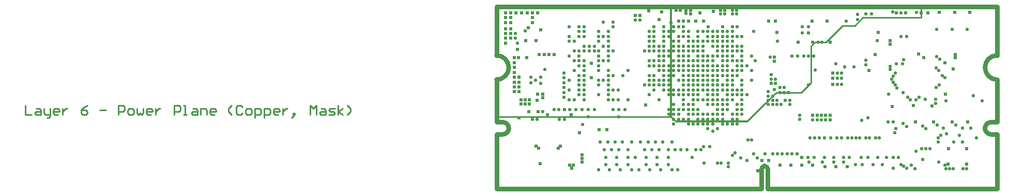
<source format=gbr>
G04 Layer_Physical_Order=6*
G04 Layer_Color=8388736*
%FSLAX24Y24*%
%MOIN*%
%TF.FileFunction,Copper,L6,Inr,Plane*%
%TF.Part,Single*%
G01*
G75*
%TA.AperFunction,NonConductor*%
%ADD55C,0.0100*%
%ADD63C,0.0300*%
%TA.AperFunction,ViaPad*%
%ADD64C,0.0220*%
%ADD65C,0.0240*%
%TA.AperFunction,TestPad*%
%ADD66C,0.0220*%
%TA.AperFunction,ViaPad*%
%ADD67C,0.0230*%
%TA.AperFunction,NonConductor*%
%ADD71C,0.0120*%
D55*
X11142Y4685D02*
X11260Y4803D01*
X16142Y4370D02*
X17244Y5472D01*
X0Y4685D02*
X11260D01*
X17244Y5472D02*
X18032Y6260D01*
X21260Y9528D02*
X22323Y10591D01*
X23110D01*
X23622Y11102D01*
X27362D01*
Y11811D01*
X20276Y6890D02*
Y8701D01*
X19646Y6260D02*
X20276Y6890D01*
X18032Y6260D02*
X19646D01*
X20536Y9528D02*
X21260D01*
X20276Y9267D02*
X20536Y9528D01*
X20276Y8701D02*
Y9267D01*
X11260Y4685D02*
X11575Y4370D01*
X-30400Y5400D02*
Y4800D01*
X-30000D01*
X-29700Y5200D02*
X-29500D01*
X-29400Y5100D01*
Y4800D01*
X-29700D01*
X-29800Y4900D01*
X-29700Y5000D01*
X-29400D01*
X-29200Y5200D02*
Y4900D01*
X-29100Y4800D01*
X-28801D01*
Y4700D01*
X-28900Y4600D01*
X-29000D01*
X-28801Y4800D02*
Y5200D01*
X-28301Y4800D02*
X-28501D01*
X-28601Y4900D01*
Y5100D01*
X-28501Y5200D01*
X-28301D01*
X-28201Y5100D01*
Y5000D01*
X-28601D01*
X-28001Y5200D02*
Y4800D01*
Y5000D01*
X-27901Y5100D01*
X-27801Y5200D01*
X-27701D01*
X-26401Y5400D02*
X-26601Y5300D01*
X-26801Y5100D01*
Y4900D01*
X-26701Y4800D01*
X-26501D01*
X-26401Y4900D01*
Y5000D01*
X-26501Y5100D01*
X-26801D01*
X-25602D02*
X-25202D01*
X-24402Y4800D02*
Y5400D01*
X-24102D01*
X-24002Y5300D01*
Y5100D01*
X-24102Y5000D01*
X-24402D01*
X-23702Y4800D02*
X-23502D01*
X-23402Y4900D01*
Y5100D01*
X-23502Y5200D01*
X-23702D01*
X-23802Y5100D01*
Y4900D01*
X-23702Y4800D01*
X-23202Y5200D02*
Y4900D01*
X-23102Y4800D01*
X-23002Y4900D01*
X-22902Y4800D01*
X-22802Y4900D01*
Y5200D01*
X-22303Y4800D02*
X-22503D01*
X-22603Y4900D01*
Y5100D01*
X-22503Y5200D01*
X-22303D01*
X-22203Y5100D01*
Y5000D01*
X-22603D01*
X-22003Y5200D02*
Y4800D01*
Y5000D01*
X-21903Y5100D01*
X-21803Y5200D01*
X-21703D01*
X-20803Y4800D02*
Y5400D01*
X-20503D01*
X-20403Y5300D01*
Y5100D01*
X-20503Y5000D01*
X-20803D01*
X-20203Y4800D02*
X-20003D01*
X-20103D01*
Y5400D01*
X-20203D01*
X-19603Y5200D02*
X-19404D01*
X-19304Y5100D01*
Y4800D01*
X-19603D01*
X-19703Y4900D01*
X-19603Y5000D01*
X-19304D01*
X-19104Y4800D02*
Y5200D01*
X-18804D01*
X-18704Y5100D01*
Y4800D01*
X-18204D02*
X-18404D01*
X-18504Y4900D01*
Y5100D01*
X-18404Y5200D01*
X-18204D01*
X-18104Y5100D01*
Y5000D01*
X-18504D01*
X-17104Y4800D02*
X-17304Y5000D01*
Y5200D01*
X-17104Y5400D01*
X-16405Y5300D02*
X-16504Y5400D01*
X-16704D01*
X-16804Y5300D01*
Y4900D01*
X-16704Y4800D01*
X-16504D01*
X-16405Y4900D01*
X-16105Y4800D02*
X-15905D01*
X-15805Y4900D01*
Y5100D01*
X-15905Y5200D01*
X-16105D01*
X-16205Y5100D01*
Y4900D01*
X-16105Y4800D01*
X-15605Y4600D02*
Y5200D01*
X-15305D01*
X-15205Y5100D01*
Y4900D01*
X-15305Y4800D01*
X-15605D01*
X-15005Y4600D02*
Y5200D01*
X-14705D01*
X-14605Y5100D01*
Y4900D01*
X-14705Y4800D01*
X-15005D01*
X-14105D02*
X-14305D01*
X-14405Y4900D01*
Y5100D01*
X-14305Y5200D01*
X-14105D01*
X-14005Y5100D01*
Y5000D01*
X-14405D01*
X-13805Y5200D02*
Y4800D01*
Y5000D01*
X-13705Y5100D01*
X-13605Y5200D01*
X-13505D01*
X-13106Y4700D02*
X-13006Y4800D01*
Y4900D01*
X-13106D01*
Y4800D01*
X-13006D01*
X-13106Y4700D01*
X-13206Y4600D01*
X-12006Y4800D02*
Y5400D01*
X-11806Y5200D01*
X-11606Y5400D01*
Y4800D01*
X-11306Y5200D02*
X-11106D01*
X-11006Y5100D01*
Y4800D01*
X-11306D01*
X-11406Y4900D01*
X-11306Y5000D01*
X-11006D01*
X-10806Y4800D02*
X-10506D01*
X-10406Y4900D01*
X-10506Y5000D01*
X-10706D01*
X-10806Y5100D01*
X-10706Y5200D01*
X-10406D01*
X-10207Y4800D02*
Y5400D01*
Y5000D02*
X-9907Y5200D01*
X-10207Y5000D02*
X-9907Y4800D01*
X-9607D02*
X-9407Y5000D01*
Y5200D01*
X-9607Y5400D01*
D63*
X394Y3543D02*
G03*
X787Y3937I0J394D01*
G01*
D02*
G03*
X394Y4331I-394J0D01*
G01*
X0Y7087D02*
G03*
X787Y7874I0J787D01*
G01*
D02*
G03*
X0Y8661I-787J0D01*
G01*
X32283D02*
G03*
X31496Y7874I0J-787D01*
G01*
D02*
G03*
X32283Y7087I787J0D01*
G01*
X31890Y4331D02*
G03*
X31496Y3937I0J-394D01*
G01*
D02*
G03*
X31890Y3543I394J0D01*
G01*
X17480Y1299D02*
G03*
X17283Y1496I-197J0D01*
G01*
X17283D02*
G03*
X17087Y1299I0J-197D01*
G01*
X-0Y-0D02*
X0Y0D01*
X17087D01*
Y1299D01*
X17283Y1496D02*
X17283D01*
X17480Y0D02*
Y1299D01*
Y0D02*
X32283D01*
Y3150D01*
Y3543D01*
X31890D02*
X32283D01*
X31890Y4331D02*
X32283D01*
Y7087D01*
X32283Y8661D02*
X32283D01*
Y11811D01*
X0D02*
X32283D01*
X0Y8661D02*
Y11811D01*
Y8661D02*
X0D01*
X0Y4331D02*
Y7087D01*
Y4331D02*
X394D01*
X0Y3543D02*
X394D01*
X0Y-0D02*
Y3543D01*
X-0Y-0D02*
X0Y-0D01*
D64*
X25591Y2047D02*
D03*
X25906D02*
D03*
X25157D02*
D03*
X22913Y3307D02*
D03*
X22638D02*
D03*
X22244D02*
D03*
X21929D02*
D03*
X21535D02*
D03*
X21142D02*
D03*
X20827D02*
D03*
X20512D02*
D03*
X20197D02*
D03*
X21024Y1732D02*
D03*
X17323Y2283D02*
D03*
X17795D02*
D03*
X18110D02*
D03*
X18425D02*
D03*
X18740D02*
D03*
X19055D02*
D03*
X19370D02*
D03*
X20079Y2047D02*
D03*
X20157Y1732D02*
D03*
X20472Y2047D02*
D03*
X21142D02*
D03*
X21732Y1732D02*
D03*
X22362Y2047D02*
D03*
Y1732D02*
D03*
X21732Y2047D02*
D03*
X22756D02*
D03*
X23504D02*
D03*
X23583Y1575D02*
D03*
X23150D02*
D03*
X24291D02*
D03*
X24567Y2047D02*
D03*
X23937D02*
D03*
X24882Y1575D02*
D03*
X16811Y2008D02*
D03*
X16575Y2283D02*
D03*
X15748Y2008D02*
D03*
X16142Y1850D02*
D03*
X13189Y2559D02*
D03*
X13346Y2756D02*
D03*
X12598Y2047D02*
D03*
X12835Y2559D02*
D03*
X11496D02*
D03*
X11693Y1260D02*
D03*
X11890Y2559D02*
D03*
X12283D02*
D03*
X11299Y3031D02*
D03*
X11063Y2047D02*
D03*
Y2559D02*
D03*
X10354Y2047D02*
D03*
X9646D02*
D03*
X8937D02*
D03*
X8701Y3031D02*
D03*
X8465Y2559D02*
D03*
Y2047D02*
D03*
X7756D02*
D03*
X7047D02*
D03*
X10472Y2559D02*
D03*
X10000D02*
D03*
X9528D02*
D03*
X7874D02*
D03*
X7402D02*
D03*
X6929D02*
D03*
X30748Y6063D02*
D03*
X30591Y3937D02*
D03*
X30945Y3307D02*
D03*
X22559Y10866D02*
D03*
X23031Y7913D02*
D03*
X21870Y8110D02*
D03*
X22441Y7913D02*
D03*
X12047Y10512D02*
D03*
X11732D02*
D03*
Y9882D02*
D03*
X11417Y9252D02*
D03*
X23268Y11299D02*
D03*
Y10984D02*
D03*
X12362Y10197D02*
D03*
X11417Y10512D02*
D03*
X23819Y8031D02*
D03*
Y8346D02*
D03*
X24173Y11339D02*
D03*
X26063Y9882D02*
D03*
X26457D02*
D03*
Y4055D02*
D03*
X26220Y4252D02*
D03*
X27677Y3898D02*
D03*
X27480Y4094D02*
D03*
X29606Y4134D02*
D03*
X28819Y3937D02*
D03*
X28425Y4134D02*
D03*
X30039Y3937D02*
D03*
X25591Y4331D02*
D03*
X15197Y2165D02*
D03*
X11417Y4213D02*
D03*
X24528Y9606D02*
D03*
X16220Y3189D02*
D03*
X16457D02*
D03*
X14961Y1457D02*
D03*
X27953Y2598D02*
D03*
X27402D02*
D03*
X27677D02*
D03*
X23819Y3307D02*
D03*
X23425D02*
D03*
X23189D02*
D03*
X24449D02*
D03*
X24055D02*
D03*
X24685D02*
D03*
X9843Y9882D02*
D03*
X19528Y4764D02*
D03*
Y4528D02*
D03*
X26063Y11417D02*
D03*
X19409Y8622D02*
D03*
X19803D02*
D03*
X20118D02*
D03*
X20433D02*
D03*
X19055D02*
D03*
X25669Y3661D02*
D03*
X28661Y3465D02*
D03*
X16457Y8622D02*
D03*
X15512Y8937D02*
D03*
X15827D02*
D03*
X14567Y8307D02*
D03*
X14882Y7992D02*
D03*
X14567D02*
D03*
X14882Y8307D02*
D03*
Y7677D02*
D03*
X15197Y8307D02*
D03*
X15512D02*
D03*
X15827D02*
D03*
X15197Y7677D02*
D03*
X16457D02*
D03*
X16142Y7992D02*
D03*
X16457Y7047D02*
D03*
X14252Y7992D02*
D03*
X15827Y7677D02*
D03*
Y7992D02*
D03*
X15512Y7677D02*
D03*
X13937Y8622D02*
D03*
X14567Y7677D02*
D03*
X15197Y7362D02*
D03*
X13937Y7992D02*
D03*
X14252Y7677D02*
D03*
X15827Y7047D02*
D03*
X14882Y7362D02*
D03*
Y7047D02*
D03*
X27047Y2441D02*
D03*
X15827Y8622D02*
D03*
X14882D02*
D03*
X15197D02*
D03*
X14567D02*
D03*
X15197Y9252D02*
D03*
X15512D02*
D03*
X26457Y1339D02*
D03*
X26732Y1535D02*
D03*
X26969Y1299D02*
D03*
X28465Y3031D02*
D03*
Y3307D02*
D03*
X28504Y1732D02*
D03*
X31299Y5709D02*
D03*
X11732Y9567D02*
D03*
X12047Y8937D02*
D03*
X12677Y9567D02*
D03*
Y9252D02*
D03*
X29843Y3465D02*
D03*
X29488Y3031D02*
D03*
X29016Y3583D02*
D03*
X13937Y9567D02*
D03*
Y10197D02*
D03*
X14252D02*
D03*
X14567Y10512D02*
D03*
X30039Y3031D02*
D03*
X20748Y9528D02*
D03*
X15197Y9882D02*
D03*
Y9567D02*
D03*
X14567Y10197D02*
D03*
X13622Y9882D02*
D03*
Y10197D02*
D03*
X14252Y9567D02*
D03*
X14882Y8937D02*
D03*
X15197D02*
D03*
X15827Y9882D02*
D03*
X18110Y9567D02*
D03*
X14882D02*
D03*
X20394Y9528D02*
D03*
X14567Y9567D02*
D03*
X13937Y9882D02*
D03*
X12047D02*
D03*
X13740Y2756D02*
D03*
X14488Y1693D02*
D03*
X14252D02*
D03*
X13386D02*
D03*
X15827Y5157D02*
D03*
X15512D02*
D03*
X15827Y6102D02*
D03*
Y6417D02*
D03*
X15512Y6102D02*
D03*
X15197Y6417D02*
D03*
X14567Y5157D02*
D03*
X15512Y4213D02*
D03*
X15197D02*
D03*
X15512Y4843D02*
D03*
Y4528D02*
D03*
X15197D02*
D03*
Y4843D02*
D03*
X14567Y4528D02*
D03*
Y4843D02*
D03*
X14882Y5787D02*
D03*
X14252Y4843D02*
D03*
Y4528D02*
D03*
X13937Y3740D02*
D03*
X13622Y3898D02*
D03*
Y4213D02*
D03*
X12992Y4843D02*
D03*
X12992Y5157D02*
D03*
Y4213D02*
D03*
X13307Y4528D02*
D03*
X12992D02*
D03*
X12362D02*
D03*
X12047D02*
D03*
X12677Y5472D02*
D03*
X11417Y4843D02*
D03*
Y4528D02*
D03*
X12362Y5157D02*
D03*
X8110Y3031D02*
D03*
X7638D02*
D03*
X7165D02*
D03*
X6693D02*
D03*
X14252Y5472D02*
D03*
X13937Y5787D02*
D03*
Y4843D02*
D03*
X13622D02*
D03*
Y5472D02*
D03*
X16575Y10197D02*
D03*
X25276Y6142D02*
D03*
X14567Y8937D02*
D03*
X19724Y10118D02*
D03*
X20118Y10512D02*
D03*
X19724D02*
D03*
X14252Y6102D02*
D03*
X13622Y4528D02*
D03*
Y5787D02*
D03*
X13307D02*
D03*
X12677D02*
D03*
X11417Y5472D02*
D03*
X11102Y5157D02*
D03*
X9173Y1260D02*
D03*
X9882D02*
D03*
X9646Y1575D02*
D03*
X10354D02*
D03*
X10591Y1260D02*
D03*
X11063Y1575D02*
D03*
X11299Y1260D02*
D03*
X8701D02*
D03*
X8465Y1575D02*
D03*
X7992Y1260D02*
D03*
X7756Y1575D02*
D03*
X7047D02*
D03*
X7283Y1260D02*
D03*
X6575D02*
D03*
X11417Y5157D02*
D03*
X13307Y6417D02*
D03*
X15197Y10512D02*
D03*
X13307Y10197D02*
D03*
X4331Y7520D02*
D03*
Y7205D02*
D03*
Y6890D02*
D03*
Y6575D02*
D03*
Y6260D02*
D03*
Y5945D02*
D03*
X11102Y10197D02*
D03*
X6575Y9567D02*
D03*
X5315Y6732D02*
D03*
X10787Y7362D02*
D03*
Y7047D02*
D03*
X10472D02*
D03*
X10157Y6417D02*
D03*
X10787Y7677D02*
D03*
X11102Y6732D02*
D03*
X8465Y7677D02*
D03*
X5315Y6102D02*
D03*
X10787Y7992D02*
D03*
X10157Y7362D02*
D03*
X9843Y7047D02*
D03*
X5315Y6417D02*
D03*
X11102Y7362D02*
D03*
X5315Y7047D02*
D03*
X11417Y6417D02*
D03*
X8465Y5787D02*
D03*
X10472D02*
D03*
X9843Y6732D02*
D03*
X10157D02*
D03*
X12047Y8307D02*
D03*
X12362Y8937D02*
D03*
X11732D02*
D03*
X12992D02*
D03*
X12677Y6417D02*
D03*
X12362D02*
D03*
X12677Y6102D02*
D03*
X12047Y6417D02*
D03*
X12362Y7677D02*
D03*
X12677Y7362D02*
D03*
X11732Y6417D02*
D03*
X5000Y9567D02*
D03*
X7205Y9252D02*
D03*
X7520Y8937D02*
D03*
X10472Y6732D02*
D03*
X11102Y7047D02*
D03*
X10157D02*
D03*
X10787Y9252D02*
D03*
X7835Y5787D02*
D03*
X11102Y6417D02*
D03*
X5315Y7362D02*
D03*
X5000Y7677D02*
D03*
X9528Y6732D02*
D03*
X11102Y6102D02*
D03*
X10787Y6732D02*
D03*
X8150Y7362D02*
D03*
X10787Y8307D02*
D03*
Y8937D02*
D03*
X11417Y8307D02*
D03*
Y7992D02*
D03*
Y7677D02*
D03*
X7205Y8937D02*
D03*
X10787Y8622D02*
D03*
X5315Y8937D02*
D03*
X5630D02*
D03*
X10157Y8307D02*
D03*
X10472D02*
D03*
Y7992D02*
D03*
X10157D02*
D03*
X5000Y8937D02*
D03*
X5630Y8307D02*
D03*
X9843Y7992D02*
D03*
Y8307D02*
D03*
X6575Y8622D02*
D03*
X5630Y9252D02*
D03*
X10157D02*
D03*
X5315Y8622D02*
D03*
X6890Y9252D02*
D03*
X9843Y8937D02*
D03*
X9528D02*
D03*
X6575D02*
D03*
X10157Y8937D02*
D03*
X10472Y8937D02*
D03*
X11102D02*
D03*
X6890Y8307D02*
D03*
X5630Y9882D02*
D03*
X9843Y10197D02*
D03*
X10157Y9882D02*
D03*
Y9567D02*
D03*
X10472Y9252D02*
D03*
X6890Y10827D02*
D03*
X10787Y10197D02*
D03*
X5630Y10512D02*
D03*
X10157D02*
D03*
X6575Y10197D02*
D03*
Y9882D02*
D03*
X6890D02*
D03*
X5630Y10197D02*
D03*
X9843Y9567D02*
D03*
X5315Y10512D02*
D03*
X10787D02*
D03*
X5315Y9882D02*
D03*
X9843Y9252D02*
D03*
X7205Y10197D02*
D03*
X7835Y6417D02*
D03*
X9843Y7362D02*
D03*
X4055Y4528D02*
D03*
X4370D02*
D03*
X2992Y5000D02*
D03*
X5551Y4173D02*
D03*
X12362Y5472D02*
D03*
X11732Y5157D02*
D03*
Y4843D02*
D03*
X12677Y5157D02*
D03*
X2598Y4528D02*
D03*
X2323D02*
D03*
X12362Y4213D02*
D03*
X12677D02*
D03*
X11732Y4528D02*
D03*
X11102Y4843D02*
D03*
X7874Y4685D02*
D03*
X12047Y5157D02*
D03*
X5906Y4685D02*
D03*
X3701Y5157D02*
D03*
X11732Y9252D02*
D03*
X11260Y10787D02*
D03*
X1339Y9449D02*
D03*
X15197Y10197D02*
D03*
X15512Y9882D02*
D03*
X12992Y9567D02*
D03*
X25709Y7520D02*
D03*
X25591Y7323D02*
D03*
X25709Y6732D02*
D03*
X25827Y6535D02*
D03*
X25591Y6929D02*
D03*
X26220Y6260D02*
D03*
X14252Y9252D02*
D03*
Y8937D02*
D03*
X27244Y5945D02*
D03*
X27047Y5787D02*
D03*
X26693D02*
D03*
X26496Y5945D02*
D03*
X13937Y9252D02*
D03*
X12362Y9882D02*
D03*
X11102D02*
D03*
X12992Y9252D02*
D03*
X14882Y10197D02*
D03*
X15512Y10512D02*
D03*
X25472Y7126D02*
D03*
X14882Y9882D02*
D03*
X9291Y3031D02*
D03*
X9764D02*
D03*
X10236D02*
D03*
X10709D02*
D03*
X13307Y4213D02*
D03*
X28346Y6575D02*
D03*
X28543Y6732D02*
D03*
X28346Y7835D02*
D03*
X14252Y5787D02*
D03*
X14567Y5472D02*
D03*
X14882D02*
D03*
X13937Y4213D02*
D03*
Y4528D02*
D03*
X14252Y5157D02*
D03*
X14567Y4213D02*
D03*
X14882D02*
D03*
X14252Y3898D02*
D03*
X26260Y8386D02*
D03*
X26181Y8110D02*
D03*
X25787D02*
D03*
X27638Y5827D02*
D03*
X28307Y5551D02*
D03*
Y5827D02*
D03*
X28976Y5709D02*
D03*
X11417Y10197D02*
D03*
X12992Y9882D02*
D03*
X13307Y9567D02*
D03*
X30354Y10344D02*
D03*
X29370D02*
D03*
X28386D02*
D03*
Y8583D02*
D03*
X28583Y8425D02*
D03*
X28502Y7679D02*
D03*
X28740Y7362D02*
D03*
X28896Y7207D02*
D03*
X12992Y10197D02*
D03*
X30315Y1299D02*
D03*
X30079D02*
D03*
X12677Y8937D02*
D03*
X28898Y1535D02*
D03*
X29449Y1299D02*
D03*
X29213D02*
D03*
X28976D02*
D03*
X25591Y1339D02*
D03*
X26063Y1575D02*
D03*
X15827Y5472D02*
D03*
X15197Y5787D02*
D03*
Y6102D02*
D03*
X14567Y5787D02*
D03*
X15512Y6417D02*
D03*
X14252D02*
D03*
X14567D02*
D03*
X14882D02*
D03*
X15827Y5787D02*
D03*
X16142Y6102D02*
D03*
X14567Y6732D02*
D03*
X14882D02*
D03*
X14252D02*
D03*
Y7047D02*
D03*
X15197Y6732D02*
D03*
Y7047D02*
D03*
X15827Y6732D02*
D03*
X13937Y7047D02*
D03*
X14252Y7362D02*
D03*
Y8622D02*
D03*
X26260Y1496D02*
D03*
X25748Y3898D02*
D03*
X16693Y8307D02*
D03*
X25236Y4331D02*
D03*
X20984Y9528D02*
D03*
X20118Y6732D02*
D03*
X23937Y4606D02*
D03*
X13307Y6732D02*
D03*
X11417Y7362D02*
D03*
X13622Y9567D02*
D03*
X12992Y7992D02*
D03*
X12677Y7677D02*
D03*
X13622Y7992D02*
D03*
X12992Y7677D02*
D03*
X13307Y7992D02*
D03*
Y7677D02*
D03*
Y7362D02*
D03*
X12992Y7047D02*
D03*
X12047D02*
D03*
X12362D02*
D03*
X12677D02*
D03*
X12992Y7362D02*
D03*
X12362Y7992D02*
D03*
X13661Y10512D02*
D03*
X15394Y2362D02*
D03*
X27480Y1929D02*
D03*
X11417Y8937D02*
D03*
X14961Y1693D02*
D03*
X3268Y4803D02*
D03*
X20551Y7717D02*
D03*
D65*
X17992Y10866D02*
D03*
X21299D02*
D03*
X24409Y8701D02*
D03*
X24016Y7677D02*
D03*
X20354Y10866D02*
D03*
X27205Y8740D02*
D03*
X30394Y4331D02*
D03*
X29370D02*
D03*
X28189D02*
D03*
X27008D02*
D03*
X26870Y5413D02*
D03*
X28071Y5394D02*
D03*
X19685Y1535D02*
D03*
X16850Y1181D02*
D03*
X11563Y11575D02*
D03*
X14449D02*
D03*
X14724D02*
D03*
X11850D02*
D03*
X12520D02*
D03*
Y11339D02*
D03*
X29587Y8701D02*
D03*
X2598Y5748D02*
D03*
X2126Y5512D02*
D03*
Y5787D02*
D03*
X1575D02*
D03*
Y5512D02*
D03*
X1850D02*
D03*
X18819Y6260D02*
D03*
X18543D02*
D03*
X18268D02*
D03*
X17717Y6850D02*
D03*
X17992D02*
D03*
X17913Y8268D02*
D03*
Y8543D02*
D03*
X21693Y7520D02*
D03*
Y7165D02*
D03*
Y6772D02*
D03*
X24606Y10157D02*
D03*
X1457Y7244D02*
D03*
Y6929D02*
D03*
Y6614D02*
D03*
Y6299D02*
D03*
X1142D02*
D03*
Y6614D02*
D03*
Y6929D02*
D03*
Y7244D02*
D03*
Y7559D02*
D03*
Y7874D02*
D03*
Y8189D02*
D03*
Y8504D02*
D03*
X3386Y8701D02*
D03*
X3071D02*
D03*
X1417Y8504D02*
D03*
X591Y10787D02*
D03*
Y11102D02*
D03*
Y11417D02*
D03*
Y9449D02*
D03*
Y9764D02*
D03*
Y10065D02*
D03*
Y10394D02*
D03*
X2047Y10433D02*
D03*
X1260Y11417D02*
D03*
X1614D02*
D03*
X1969D02*
D03*
X2638D02*
D03*
X2323D02*
D03*
Y11102D02*
D03*
Y10787D02*
D03*
X906Y11417D02*
D03*
Y11102D02*
D03*
Y10787D02*
D03*
X9252Y11260D02*
D03*
X21496Y4488D02*
D03*
Y4764D02*
D03*
X21220D02*
D03*
X20394Y1535D02*
D03*
X18976D02*
D03*
X18268D02*
D03*
X19685Y2047D02*
D03*
X17559Y1850D02*
D03*
X17126D02*
D03*
X25512Y5354D02*
D03*
X25787Y11417D02*
D03*
X26378D02*
D03*
X27362D02*
D03*
X19449Y9528D02*
D03*
X25394Y9606D02*
D03*
Y9370D02*
D03*
X29449Y7795D02*
D03*
X13110Y11417D02*
D03*
X20118Y10118D02*
D03*
X6614Y3858D02*
D03*
X7126D02*
D03*
X2795Y1654D02*
D03*
X1929Y8504D02*
D03*
X1850Y5787D02*
D03*
X2638Y6142D02*
D03*
X9606Y5433D02*
D03*
X6102Y7205D02*
D03*
X4843Y1339D02*
D03*
X4961Y1535D02*
D03*
X4724D02*
D03*
X5512Y1732D02*
D03*
Y1969D02*
D03*
Y2205D02*
D03*
X2717Y2638D02*
D03*
X2559Y2795D02*
D03*
X4118Y2772D02*
D03*
X3971Y2632D02*
D03*
X2992Y6142D02*
D03*
Y5906D02*
D03*
X6102Y8150D02*
D03*
X5354Y3661D02*
D03*
X4803Y4803D02*
D03*
X2677Y5000D02*
D03*
X2087D02*
D03*
X1457Y4606D02*
D03*
X4370Y5157D02*
D03*
X9803Y11535D02*
D03*
X10630Y11496D02*
D03*
X2756Y8701D02*
D03*
X1339Y9055D02*
D03*
X2559Y9606D02*
D03*
X906Y10394D02*
D03*
Y10079D02*
D03*
Y9764D02*
D03*
X1890Y9606D02*
D03*
X2835Y10315D02*
D03*
X12047Y10866D02*
D03*
X12362D02*
D03*
X11732D02*
D03*
X12835D02*
D03*
X13982Y11530D02*
D03*
X27559Y8504D02*
D03*
X28898Y8189D02*
D03*
X29587Y8504D02*
D03*
X28937Y6142D02*
D03*
X28543Y11457D02*
D03*
X29528D02*
D03*
X30512D02*
D03*
X27795Y11417D02*
D03*
X17559Y10866D02*
D03*
X30325Y1614D02*
D03*
X29134Y2598D02*
D03*
X30315D02*
D03*
X29124Y1614D02*
D03*
X21890Y1457D02*
D03*
X22598D02*
D03*
X21181D02*
D03*
X21496Y9528D02*
D03*
X20945Y4764D02*
D03*
X20669D02*
D03*
X20394D02*
D03*
X8937Y11260D02*
D03*
X13346Y10866D02*
D03*
X18071Y10157D02*
D03*
X3701Y8701D02*
D03*
X10472Y10984D02*
D03*
X12205Y11575D02*
D03*
D66*
X23819Y11339D02*
D03*
X23543Y4449D02*
D03*
D67*
X15197Y11575D02*
D03*
X15472D02*
D03*
Y11339D02*
D03*
X15197D02*
D03*
X14724D02*
D03*
X14449D02*
D03*
X9843Y6102D02*
D03*
X27087Y11457D02*
D03*
X25551Y11496D02*
D03*
X5906Y5157D02*
D03*
X5512D02*
D03*
X5118D02*
D03*
X4724D02*
D03*
X8268D02*
D03*
X7874D02*
D03*
X7520D02*
D03*
X2205Y6890D02*
D03*
Y7244D02*
D03*
X2835Y6850D02*
D03*
Y7244D02*
D03*
X2520Y7047D02*
D03*
X5984Y9252D02*
D03*
X6299D02*
D03*
X21220Y4488D02*
D03*
X20945D02*
D03*
X20669D02*
D03*
X20394D02*
D03*
X11732Y6102D02*
D03*
X11417D02*
D03*
X11102Y8628D02*
D03*
X18543Y6575D02*
D03*
X17717Y7402D02*
D03*
X17992Y7126D02*
D03*
X17717D02*
D03*
X18268Y6575D02*
D03*
X17638Y8543D02*
D03*
X17913Y6457D02*
D03*
X18898Y5472D02*
D03*
Y5748D02*
D03*
X18622D02*
D03*
X18346Y5472D02*
D03*
X18071Y5748D02*
D03*
Y5472D02*
D03*
X17795D02*
D03*
Y5748D02*
D03*
Y6024D02*
D03*
X17520Y5472D02*
D03*
Y5748D02*
D03*
Y6024D02*
D03*
Y6299D02*
D03*
X22244Y7520D02*
D03*
X21969D02*
D03*
Y6772D02*
D03*
X22244Y7165D02*
D03*
X21969D02*
D03*
X22244Y6772D02*
D03*
X1220Y9764D02*
D03*
Y10079D02*
D03*
X1850Y10236D02*
D03*
X8937Y10945D02*
D03*
X9252D02*
D03*
X12205Y11378D02*
D03*
X15512Y7362D02*
D03*
X14882Y6102D02*
D03*
X12992D02*
D03*
X3110Y7756D02*
D03*
X5984Y8937D02*
D03*
X5000Y5787D02*
D03*
X6299Y8937D02*
D03*
X5630Y6417D02*
D03*
X6575Y7677D02*
D03*
X5630Y6732D02*
D03*
X6575D02*
D03*
Y7047D02*
D03*
X6890Y7047D02*
D03*
X5630Y7677D02*
D03*
X7205Y5787D02*
D03*
Y6102D02*
D03*
X5315Y7992D02*
D03*
X7520Y7362D02*
D03*
X7205D02*
D03*
X10472Y7677D02*
D03*
X6575Y7992D02*
D03*
Y8307D02*
D03*
X11417Y9567D02*
D03*
X12047Y7362D02*
D03*
X12992Y5787D02*
D03*
Y6417D02*
D03*
X13307Y7047D02*
D03*
X13937Y6102D02*
D03*
Y6732D02*
D03*
X13622Y6417D02*
D03*
X13937Y7362D02*
D03*
X13622Y7677D02*
D03*
X14567Y9252D02*
D03*
Y9882D02*
D03*
X13622Y8307D02*
D03*
X13307Y8622D02*
D03*
X12047Y7677D02*
D03*
X12362Y8307D02*
D03*
Y8622D02*
D03*
X12992Y8307D02*
D03*
X11732D02*
D03*
Y7047D02*
D03*
X12047Y9252D02*
D03*
X10787Y6417D02*
D03*
X12362Y4843D02*
D03*
X14567Y7362D02*
D03*
X12992Y6732D02*
D03*
X13937Y6417D02*
D03*
X13622Y6102D02*
D03*
Y6732D02*
D03*
Y7047D02*
D03*
Y7362D02*
D03*
X13937Y7677D02*
D03*
X10472Y8622D02*
D03*
X10787Y9567D02*
D03*
X10157Y10197D02*
D03*
X12677Y4843D02*
D03*
X13307D02*
D03*
X13937Y5472D02*
D03*
X14882Y5157D02*
D03*
X15512Y7992D02*
D03*
X15827Y4843D02*
D03*
Y9252D02*
D03*
X14882D02*
D03*
X14252Y9882D02*
D03*
X13937Y8307D02*
D03*
X13622Y8622D02*
D03*
X13307Y8937D02*
D03*
X12047Y8622D02*
D03*
X12992D02*
D03*
X12677Y8307D02*
D03*
X11732Y8622D02*
D03*
X12362Y9567D02*
D03*
Y9252D02*
D03*
X12047Y10197D02*
D03*
Y5472D02*
D03*
X12677Y6732D02*
D03*
X12362D02*
D03*
X12047D02*
D03*
X12362Y7362D02*
D03*
X11102Y7992D02*
D03*
X11732Y7992D02*
D03*
X12047D02*
D03*
X12362Y6102D02*
D03*
X12047D02*
D03*
Y5787D02*
D03*
X11102Y7677D02*
D03*
X11732Y7677D02*
D03*
X5000Y8307D02*
D03*
X5315D02*
D03*
X4685Y10512D02*
D03*
Y9882D02*
D03*
X5315Y10197D02*
D03*
X4685Y9567D02*
D03*
Y8622D02*
D03*
Y7047D02*
D03*
Y6417D02*
D03*
Y5787D02*
D03*
X7520Y10827D02*
D03*
Y10512D02*
D03*
X7205Y9882D02*
D03*
Y9567D02*
D03*
Y8622D02*
D03*
Y8307D02*
D03*
X7520Y6417D02*
D03*
Y5787D02*
D03*
X7205Y7677D02*
D03*
X5630Y7362D02*
D03*
Y5787D02*
D03*
Y7992D02*
D03*
X7205Y6732D02*
D03*
Y6417D02*
D03*
X5630Y6102D02*
D03*
X6575D02*
D03*
X5630Y7047D02*
D03*
X10787Y9882D02*
D03*
X7205Y7047D02*
D03*
X4016Y5157D02*
D03*
X6299D02*
D03*
X12677Y7992D02*
D03*
X13307Y8307D02*
D03*
Y9252D02*
D03*
X25394Y7953D02*
D03*
Y7756D02*
D03*
X15512Y5472D02*
D03*
D71*
X11575Y4370D02*
X16142D01*
X11260Y4685D02*
Y11811D01*
%TF.MD5,a58e706afb3d1049384ea9f0904a6e94*%
M02*

</source>
